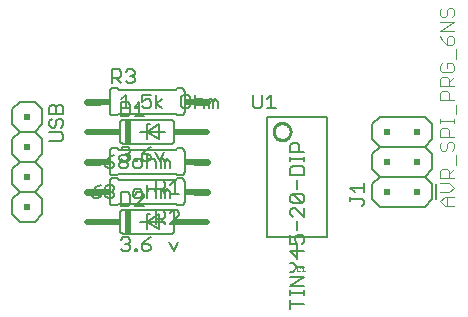
<source format=gto>
G75*
%MOIN*%
%OFA0B0*%
%FSLAX24Y24*%
%IPPOS*%
%LPD*%
%AMOC8*
5,1,8,0,0,1.08239X$1,22.5*
%
%ADD10C,0.0080*%
%ADD11C,0.0100*%
%ADD12C,0.0050*%
%ADD13C,0.0010*%
%ADD14C,0.0060*%
%ADD15R,0.0200X0.0200*%
%ADD16C,0.0200*%
%ADD17R,0.0200X0.0800*%
%ADD18R,0.0750X0.0200*%
%ADD19C,0.0240*%
%ADD20R,0.0340X0.0240*%
%ADD21C,0.0040*%
D10*
X009100Y001915D02*
X009100Y005915D01*
X009500Y005915D01*
X009700Y005915D01*
X009500Y005915D02*
X011100Y005915D01*
X011100Y001915D01*
X009100Y001915D01*
X010100Y001665D02*
X010100Y001165D01*
X012600Y003165D02*
X012850Y002915D01*
X014350Y002915D01*
X014600Y003165D01*
X014600Y003665D01*
X014350Y003915D01*
X012850Y003915D01*
X012600Y004165D01*
X012600Y004665D01*
X012850Y004915D01*
X014350Y004915D01*
X014600Y005165D01*
X014600Y005665D01*
X014350Y005915D01*
X012850Y005915D01*
X012600Y005665D01*
X012600Y005165D01*
X012850Y004915D01*
X014350Y004915D02*
X014600Y004665D01*
X014600Y004165D01*
X014350Y003915D01*
X014732Y003665D02*
X014732Y003165D01*
X012850Y003915D02*
X012600Y003665D01*
X012600Y003165D01*
D11*
X009317Y005415D02*
X009319Y005448D01*
X009325Y005481D01*
X009335Y005514D01*
X009348Y005544D01*
X009365Y005573D01*
X009386Y005600D01*
X009409Y005624D01*
X009435Y005645D01*
X009463Y005663D01*
X009494Y005677D01*
X009525Y005688D01*
X009558Y005695D01*
X009592Y005698D01*
X009625Y005697D01*
X009658Y005692D01*
X009691Y005683D01*
X009722Y005670D01*
X009751Y005654D01*
X009778Y005635D01*
X009803Y005612D01*
X009825Y005587D01*
X009844Y005559D01*
X009859Y005529D01*
X009871Y005498D01*
X009879Y005465D01*
X009883Y005432D01*
X009883Y005398D01*
X009879Y005365D01*
X009871Y005332D01*
X009859Y005301D01*
X009844Y005271D01*
X009825Y005243D01*
X009803Y005218D01*
X009778Y005195D01*
X009751Y005176D01*
X009722Y005160D01*
X009691Y005147D01*
X009658Y005138D01*
X009625Y005133D01*
X009592Y005132D01*
X009558Y005135D01*
X009525Y005142D01*
X009494Y005153D01*
X009463Y005167D01*
X009435Y005185D01*
X009409Y005206D01*
X009386Y005230D01*
X009365Y005257D01*
X009348Y005286D01*
X009335Y005316D01*
X009325Y005349D01*
X009319Y005382D01*
X009317Y005415D01*
D12*
X009875Y004955D02*
X009950Y005030D01*
X010100Y005030D01*
X010175Y004955D01*
X010175Y004730D01*
X010325Y004730D02*
X009875Y004730D01*
X009875Y004955D01*
X009875Y004573D02*
X009875Y004423D01*
X009875Y004498D02*
X010325Y004498D01*
X010325Y004423D02*
X010325Y004573D01*
X010250Y004263D02*
X009950Y004263D01*
X009875Y004188D01*
X009875Y003963D01*
X010325Y003963D01*
X010325Y004188D01*
X010250Y004263D01*
X010100Y003802D02*
X010100Y003502D01*
X009950Y003342D02*
X010250Y003342D01*
X010325Y003267D01*
X010325Y003117D01*
X010250Y003042D01*
X009950Y003342D01*
X009875Y003267D01*
X009875Y003117D01*
X009950Y003042D01*
X010250Y003042D01*
X010325Y002882D02*
X010325Y002581D01*
X010025Y002882D01*
X009950Y002882D01*
X009875Y002807D01*
X009875Y002657D01*
X009950Y002581D01*
X010100Y002421D02*
X010100Y002121D01*
X010100Y001961D02*
X010250Y001961D01*
X010325Y001886D01*
X010325Y001736D01*
X010250Y001661D01*
X010100Y001661D02*
X010025Y001811D01*
X010025Y001886D01*
X010100Y001961D01*
X009875Y001961D02*
X009875Y001661D01*
X010100Y001661D01*
X010100Y001501D02*
X010100Y001200D01*
X009875Y001425D01*
X010325Y001425D01*
X009950Y001040D02*
X009875Y001040D01*
X009950Y001040D02*
X010100Y000890D01*
X010325Y000890D01*
X010100Y000890D02*
X009950Y000740D01*
X009875Y000740D01*
X009875Y000580D02*
X010325Y000580D01*
X009875Y000279D01*
X010325Y000279D01*
X010325Y000123D02*
X010325Y-000027D01*
X010325Y000048D02*
X009875Y000048D01*
X009875Y-000027D02*
X009875Y000123D01*
X009875Y-000188D02*
X009875Y-000488D01*
X009875Y-000338D02*
X010325Y-000338D01*
X006137Y001741D02*
X005987Y001440D01*
X005836Y001741D01*
X005216Y001891D02*
X005066Y001816D01*
X004916Y001666D01*
X005141Y001666D01*
X005216Y001590D01*
X005216Y001515D01*
X005141Y001440D01*
X004991Y001440D01*
X004916Y001515D01*
X004916Y001666D01*
X004760Y001515D02*
X004760Y001440D01*
X004685Y001440D01*
X004685Y001515D01*
X004760Y001515D01*
X004525Y001515D02*
X004450Y001440D01*
X004300Y001440D01*
X004225Y001515D01*
X004375Y001666D02*
X004450Y001666D01*
X004525Y001590D01*
X004525Y001515D01*
X004450Y001666D02*
X004525Y001741D01*
X004525Y001816D01*
X004450Y001891D01*
X004300Y001891D01*
X004225Y001816D01*
X005404Y002340D02*
X005404Y002791D01*
X005629Y002791D01*
X005704Y002716D01*
X005704Y002566D01*
X005629Y002490D01*
X005404Y002490D01*
X005554Y002490D02*
X005704Y002340D01*
X005865Y002340D02*
X006165Y002641D01*
X006165Y002716D01*
X006090Y002791D01*
X005940Y002791D01*
X005865Y002716D01*
X005865Y002340D02*
X006165Y002340D01*
X004986Y002940D02*
X004685Y002940D01*
X004986Y003241D01*
X004986Y003316D01*
X004911Y003391D01*
X004760Y003391D01*
X004685Y003316D01*
X004634Y003265D02*
X004709Y003190D01*
X004859Y003190D01*
X004934Y003265D01*
X004934Y003416D01*
X004859Y003491D01*
X004709Y003491D01*
X004634Y003416D01*
X004634Y003265D01*
X004525Y003316D02*
X004450Y003391D01*
X004225Y003391D01*
X004225Y002940D01*
X004450Y002940D01*
X004525Y003015D01*
X004525Y003316D01*
X004013Y003340D02*
X004013Y003265D01*
X003938Y003190D01*
X003788Y003190D01*
X003713Y003265D01*
X003713Y003340D01*
X003788Y003416D01*
X003938Y003416D01*
X004013Y003340D01*
X003938Y003416D02*
X004013Y003491D01*
X004013Y003566D01*
X003938Y003641D01*
X003788Y003641D01*
X003713Y003566D01*
X003713Y003491D01*
X003788Y003416D01*
X003553Y003340D02*
X003553Y003265D01*
X003478Y003190D01*
X003328Y003190D01*
X003253Y003265D01*
X003253Y003416D01*
X003478Y003416D01*
X003553Y003340D01*
X003403Y003566D02*
X003253Y003416D01*
X003403Y003566D02*
X003553Y003641D01*
X003788Y004190D02*
X003713Y004265D01*
X003713Y004416D01*
X003938Y004416D01*
X004013Y004340D01*
X004013Y004265D01*
X003938Y004190D01*
X003788Y004190D01*
X003713Y004416D02*
X003863Y004566D01*
X004013Y004641D01*
X004173Y004566D02*
X004173Y004491D01*
X004248Y004416D01*
X004399Y004416D01*
X004474Y004340D01*
X004474Y004265D01*
X004399Y004190D01*
X004248Y004190D01*
X004173Y004265D01*
X004173Y004340D01*
X004248Y004416D01*
X004300Y004440D02*
X004225Y004515D01*
X004173Y004566D02*
X004248Y004641D01*
X004399Y004641D01*
X004474Y004566D01*
X004474Y004491D01*
X004399Y004416D01*
X004450Y004440D02*
X004300Y004440D01*
X004450Y004440D02*
X004525Y004515D01*
X004525Y004590D01*
X004450Y004666D01*
X004375Y004666D01*
X004450Y004666D02*
X004525Y004741D01*
X004525Y004816D01*
X004450Y004891D01*
X004300Y004891D01*
X004225Y004816D01*
X004685Y004515D02*
X004760Y004515D01*
X004760Y004440D01*
X004685Y004440D01*
X004685Y004515D01*
X004709Y004491D02*
X004634Y004416D01*
X004634Y004265D01*
X004709Y004190D01*
X004859Y004190D01*
X004934Y004265D01*
X004934Y004416D01*
X004859Y004491D01*
X004709Y004491D01*
X004916Y004515D02*
X004991Y004440D01*
X005141Y004440D01*
X005216Y004515D01*
X005216Y004590D01*
X005141Y004666D01*
X004916Y004666D01*
X004916Y004515D01*
X004916Y004666D02*
X005066Y004816D01*
X005216Y004891D01*
X005376Y004741D02*
X005526Y004440D01*
X005676Y004741D01*
X005630Y004491D02*
X005705Y004416D01*
X005780Y004491D01*
X005855Y004416D01*
X005855Y004190D01*
X005705Y004190D02*
X005705Y004416D01*
X005630Y004491D02*
X005555Y004491D01*
X005555Y004190D01*
X005394Y004190D02*
X005394Y004416D01*
X005319Y004491D01*
X005169Y004491D01*
X005094Y004416D01*
X005094Y004641D02*
X005094Y004190D01*
X005404Y003791D02*
X005629Y003791D01*
X005704Y003716D01*
X005704Y003566D01*
X005629Y003490D01*
X005404Y003490D01*
X005394Y003416D02*
X005394Y003190D01*
X005404Y003340D02*
X005404Y003791D01*
X005094Y003641D02*
X005094Y003190D01*
X005094Y003416D02*
X005169Y003491D01*
X005319Y003491D01*
X005394Y003416D01*
X005554Y003490D02*
X005704Y003340D01*
X005705Y003416D02*
X005705Y003190D01*
X005855Y003190D02*
X005855Y003416D01*
X005780Y003491D01*
X005705Y003416D01*
X005630Y003491D01*
X005555Y003491D01*
X005555Y003190D01*
X005865Y003340D02*
X006165Y003340D01*
X006015Y003340D02*
X006015Y003791D01*
X005865Y003641D01*
X004986Y005940D02*
X004685Y005940D01*
X004836Y005940D02*
X004836Y006391D01*
X004685Y006241D01*
X004695Y006265D02*
X004770Y006265D01*
X004770Y006190D01*
X004695Y006190D01*
X004695Y006265D01*
X004926Y006265D02*
X005001Y006190D01*
X005151Y006190D01*
X005226Y006265D01*
X005226Y006416D01*
X005151Y006491D01*
X005076Y006491D01*
X004926Y006416D01*
X004926Y006641D01*
X005226Y006641D01*
X005386Y006641D02*
X005386Y006190D01*
X005386Y006340D02*
X005611Y006491D01*
X005386Y006340D02*
X005611Y006190D01*
X006230Y006265D02*
X006305Y006190D01*
X006455Y006190D01*
X006530Y006265D01*
X006530Y006566D01*
X006455Y006641D01*
X006305Y006641D01*
X006230Y006566D01*
X006230Y006265D01*
X006690Y006190D02*
X006690Y006641D01*
X006765Y006491D02*
X006916Y006491D01*
X006991Y006416D01*
X006991Y006190D01*
X007151Y006190D02*
X007151Y006491D01*
X007226Y006491D01*
X007301Y006416D01*
X007376Y006491D01*
X007451Y006416D01*
X007451Y006190D01*
X007301Y006190D02*
X007301Y006416D01*
X006765Y006491D02*
X006690Y006416D01*
X008625Y006265D02*
X008700Y006190D01*
X008850Y006190D01*
X008925Y006265D01*
X008925Y006641D01*
X009085Y006491D02*
X009236Y006641D01*
X009236Y006190D01*
X009386Y006190D02*
X009085Y006190D01*
X008625Y006265D02*
X008625Y006641D01*
X004686Y007115D02*
X004611Y007040D01*
X004460Y007040D01*
X004385Y007115D01*
X004536Y007266D02*
X004611Y007266D01*
X004686Y007190D01*
X004686Y007115D01*
X004611Y007266D02*
X004686Y007341D01*
X004686Y007416D01*
X004611Y007491D01*
X004460Y007491D01*
X004385Y007416D01*
X004225Y007416D02*
X004225Y007266D01*
X004150Y007190D01*
X003925Y007190D01*
X004075Y007190D02*
X004225Y007040D01*
X003925Y007040D02*
X003925Y007491D01*
X004150Y007491D01*
X004225Y007416D01*
X004385Y006641D02*
X004385Y006190D01*
X004235Y006190D02*
X004535Y006190D01*
X004525Y006316D02*
X004450Y006391D01*
X004225Y006391D01*
X004225Y005940D01*
X004450Y005940D01*
X004525Y006015D01*
X004525Y006316D01*
X004235Y006491D02*
X004385Y006641D01*
X002295Y006235D02*
X002295Y006010D01*
X001845Y006010D01*
X001845Y006235D01*
X001920Y006310D01*
X001995Y006310D01*
X002070Y006235D01*
X002070Y006010D01*
X002145Y005850D02*
X002220Y005850D01*
X002295Y005775D01*
X002295Y005625D01*
X002220Y005550D01*
X002220Y005389D02*
X001845Y005389D01*
X001920Y005550D02*
X001995Y005550D01*
X002070Y005625D01*
X002070Y005775D01*
X002145Y005850D01*
X001920Y005850D02*
X001845Y005775D01*
X001845Y005625D01*
X001920Y005550D01*
X002220Y005389D02*
X002295Y005314D01*
X002295Y005164D01*
X002220Y005089D01*
X001845Y005089D01*
X002070Y006235D02*
X002145Y006310D01*
X002220Y006310D01*
X002295Y006235D01*
X011875Y003551D02*
X012325Y003551D01*
X012325Y003401D02*
X012325Y003701D01*
X012025Y003401D02*
X011875Y003551D01*
X011875Y003241D02*
X011875Y003090D01*
X011875Y003166D02*
X012250Y003166D01*
X012325Y003090D01*
X012325Y003015D01*
X012250Y002940D01*
D13*
X010308Y000910D02*
X010308Y000760D01*
X010258Y000760D02*
X010358Y000760D01*
X010258Y000860D02*
X010308Y000910D01*
X010210Y000885D02*
X010185Y000910D01*
X010135Y000910D01*
X010110Y000885D01*
X010110Y000785D01*
X010135Y000760D01*
X010185Y000760D01*
X010210Y000785D01*
D14*
X000850Y002415D02*
X000600Y002665D01*
X000600Y003165D01*
X000850Y003415D01*
X000600Y003665D01*
X000600Y004165D01*
X000850Y004415D01*
X000600Y004665D01*
X000600Y005165D01*
X000850Y005415D01*
X000600Y005665D01*
X000600Y006165D01*
X000850Y006415D01*
X001350Y006415D01*
X001600Y006165D01*
X001600Y005665D01*
X001350Y005415D01*
X001600Y005165D01*
X001600Y004665D01*
X001350Y004415D01*
X000850Y004415D01*
X001350Y004415D02*
X001600Y004165D01*
X001600Y003665D01*
X001350Y003415D01*
X001600Y003165D01*
X001600Y002665D01*
X001350Y002415D01*
X000850Y002415D01*
X000850Y003415D02*
X001350Y003415D01*
X003850Y003765D02*
X003850Y003065D01*
X003852Y003048D01*
X003856Y003031D01*
X003863Y003015D01*
X003873Y003001D01*
X003886Y002988D01*
X003900Y002978D01*
X003916Y002971D01*
X003933Y002967D01*
X003950Y002965D01*
X004100Y002965D01*
X004150Y003015D01*
X006050Y003015D01*
X006100Y002965D01*
X006250Y002965D01*
X006267Y002967D01*
X006284Y002971D01*
X006300Y002978D01*
X006314Y002988D01*
X006327Y003001D01*
X006337Y003015D01*
X006344Y003031D01*
X006348Y003048D01*
X006350Y003065D01*
X006350Y003765D01*
X006348Y003782D01*
X006344Y003799D01*
X006337Y003815D01*
X006327Y003829D01*
X006314Y003842D01*
X006300Y003852D01*
X006284Y003859D01*
X006267Y003863D01*
X006250Y003865D01*
X006100Y003865D01*
X006050Y003815D01*
X004150Y003815D01*
X004100Y003865D01*
X003950Y003865D01*
X003933Y003863D01*
X003916Y003859D01*
X003900Y003852D01*
X003886Y003842D01*
X003873Y003829D01*
X003863Y003815D01*
X003856Y003799D01*
X003852Y003782D01*
X003850Y003765D01*
X003950Y003965D02*
X004100Y003965D01*
X004150Y004015D01*
X006050Y004015D01*
X006100Y003965D01*
X006250Y003965D01*
X006267Y003967D01*
X006284Y003971D01*
X006300Y003978D01*
X006314Y003988D01*
X006327Y004001D01*
X006337Y004015D01*
X006344Y004031D01*
X006348Y004048D01*
X006350Y004065D01*
X006350Y004765D01*
X006348Y004782D01*
X006344Y004799D01*
X006337Y004815D01*
X006327Y004829D01*
X006314Y004842D01*
X006300Y004852D01*
X006284Y004859D01*
X006267Y004863D01*
X006250Y004865D01*
X006100Y004865D01*
X006050Y004815D01*
X004150Y004815D01*
X004100Y004865D01*
X003950Y004865D01*
X003933Y004863D01*
X003916Y004859D01*
X003900Y004852D01*
X003886Y004842D01*
X003873Y004829D01*
X003863Y004815D01*
X003856Y004799D01*
X003852Y004782D01*
X003850Y004765D01*
X003850Y004065D01*
X003852Y004048D01*
X003856Y004031D01*
X003863Y004015D01*
X003873Y004001D01*
X003886Y003988D01*
X003900Y003978D01*
X003916Y003971D01*
X003933Y003967D01*
X003950Y003965D01*
X004300Y005015D02*
X005900Y005015D01*
X005917Y005017D01*
X005934Y005021D01*
X005950Y005028D01*
X005964Y005038D01*
X005977Y005051D01*
X005987Y005065D01*
X005994Y005081D01*
X005998Y005098D01*
X006000Y005115D01*
X006000Y005715D01*
X005998Y005732D01*
X005994Y005749D01*
X005987Y005765D01*
X005977Y005779D01*
X005964Y005792D01*
X005950Y005802D01*
X005934Y005809D01*
X005917Y005813D01*
X005900Y005815D01*
X004300Y005815D01*
X004283Y005813D01*
X004266Y005809D01*
X004250Y005802D01*
X004236Y005792D01*
X004223Y005779D01*
X004213Y005765D01*
X004206Y005749D01*
X004202Y005732D01*
X004200Y005715D01*
X004200Y005115D01*
X004202Y005098D01*
X004206Y005081D01*
X004213Y005065D01*
X004223Y005051D01*
X004236Y005038D01*
X004250Y005028D01*
X004266Y005021D01*
X004283Y005017D01*
X004300Y005015D01*
X004850Y005415D02*
X005100Y005415D01*
X005100Y005665D01*
X005200Y005665D01*
X005100Y005415D02*
X005100Y005165D01*
X005100Y005415D02*
X005500Y005665D01*
X005500Y005165D01*
X005100Y005415D01*
X005700Y005415D01*
X006100Y005965D02*
X006250Y005965D01*
X006267Y005967D01*
X006284Y005971D01*
X006300Y005978D01*
X006314Y005988D01*
X006327Y006001D01*
X006337Y006015D01*
X006344Y006031D01*
X006348Y006048D01*
X006350Y006065D01*
X006350Y006765D01*
X006348Y006782D01*
X006344Y006799D01*
X006337Y006815D01*
X006327Y006829D01*
X006314Y006842D01*
X006300Y006852D01*
X006284Y006859D01*
X006267Y006863D01*
X006250Y006865D01*
X006100Y006865D01*
X006050Y006815D01*
X004150Y006815D01*
X004100Y006865D01*
X003950Y006865D01*
X003933Y006863D01*
X003916Y006859D01*
X003900Y006852D01*
X003886Y006842D01*
X003873Y006829D01*
X003863Y006815D01*
X003856Y006799D01*
X003852Y006782D01*
X003850Y006765D01*
X003850Y006065D01*
X003852Y006048D01*
X003856Y006031D01*
X003863Y006015D01*
X003873Y006001D01*
X003886Y005988D01*
X003900Y005978D01*
X003916Y005971D01*
X003933Y005967D01*
X003950Y005965D01*
X004100Y005965D01*
X004150Y006015D01*
X006050Y006015D01*
X006100Y005965D01*
X001350Y005415D02*
X000850Y005415D01*
X004300Y002815D02*
X005900Y002815D01*
X005917Y002813D01*
X005934Y002809D01*
X005950Y002802D01*
X005964Y002792D01*
X005977Y002779D01*
X005987Y002765D01*
X005994Y002749D01*
X005998Y002732D01*
X006000Y002715D01*
X006000Y002115D01*
X005998Y002098D01*
X005994Y002081D01*
X005987Y002065D01*
X005977Y002051D01*
X005964Y002038D01*
X005950Y002028D01*
X005934Y002021D01*
X005917Y002017D01*
X005900Y002015D01*
X004300Y002015D01*
X004283Y002017D01*
X004266Y002021D01*
X004250Y002028D01*
X004236Y002038D01*
X004223Y002051D01*
X004213Y002065D01*
X004206Y002081D01*
X004202Y002098D01*
X004200Y002115D01*
X004200Y002715D01*
X004202Y002732D01*
X004206Y002749D01*
X004213Y002765D01*
X004223Y002779D01*
X004236Y002792D01*
X004250Y002802D01*
X004266Y002809D01*
X004283Y002813D01*
X004300Y002815D01*
X004850Y002415D02*
X005100Y002415D01*
X005100Y002665D01*
X005200Y002665D01*
X005100Y002415D02*
X005100Y002165D01*
X005100Y002415D02*
X005500Y002665D01*
X005500Y002165D01*
X005100Y002415D01*
X005700Y002415D01*
D15*
X001100Y002915D03*
X001100Y003915D03*
X001100Y004915D03*
X001100Y005915D03*
X013100Y005415D03*
X014100Y005415D03*
X014100Y004415D03*
X013100Y004415D03*
X013100Y003415D03*
X014100Y003415D03*
D16*
X007100Y002415D02*
X006750Y002415D01*
X003450Y002415D02*
X003100Y002415D01*
X003100Y005415D02*
X003450Y005415D01*
X006750Y005415D02*
X007100Y005415D01*
D17*
X004450Y005415D03*
X004450Y002415D03*
D18*
X003825Y002415D03*
X006375Y002415D03*
X006375Y005415D03*
X003825Y005415D03*
D19*
X003500Y004415D02*
X003100Y004415D01*
X003100Y003415D02*
X003500Y003415D01*
X006700Y003415D02*
X007100Y003415D01*
X007100Y004415D02*
X006700Y004415D01*
X006700Y006415D02*
X007100Y006415D01*
X003500Y006415D02*
X003100Y006415D01*
D20*
X003680Y006415D03*
X006520Y006415D03*
X006520Y004415D03*
X006520Y003415D03*
X003680Y003415D03*
X003680Y004415D03*
D21*
X014870Y004086D02*
X014870Y003856D01*
X015330Y003856D01*
X015177Y003856D02*
X015177Y004086D01*
X015100Y004163D01*
X014946Y004163D01*
X014870Y004086D01*
X015177Y004010D02*
X015330Y004163D01*
X015407Y004317D02*
X015407Y004623D01*
X015253Y004777D02*
X015330Y004854D01*
X015330Y005007D01*
X015253Y005084D01*
X015177Y005084D01*
X015100Y005007D01*
X015100Y004854D01*
X015023Y004777D01*
X014946Y004777D01*
X014870Y004854D01*
X014870Y005007D01*
X014946Y005084D01*
X014870Y005237D02*
X014870Y005468D01*
X014946Y005544D01*
X015100Y005544D01*
X015177Y005468D01*
X015177Y005237D01*
X015330Y005237D02*
X014870Y005237D01*
X014870Y005698D02*
X014870Y005851D01*
X014870Y005774D02*
X015330Y005774D01*
X015330Y005698D02*
X015330Y005851D01*
X015407Y006005D02*
X015407Y006312D01*
X015330Y006465D02*
X014870Y006465D01*
X014870Y006695D01*
X014946Y006772D01*
X015100Y006772D01*
X015177Y006695D01*
X015177Y006465D01*
X015177Y006925D02*
X015177Y007156D01*
X015100Y007232D01*
X014946Y007232D01*
X014870Y007156D01*
X014870Y006925D01*
X015330Y006925D01*
X015177Y007079D02*
X015330Y007232D01*
X015253Y007386D02*
X014946Y007386D01*
X014870Y007463D01*
X014870Y007616D01*
X014946Y007693D01*
X015100Y007693D02*
X015100Y007539D01*
X015253Y007386D02*
X015330Y007463D01*
X015330Y007616D01*
X015253Y007693D01*
X015100Y007693D01*
X015407Y007846D02*
X015407Y008153D01*
X015253Y008307D02*
X015100Y008307D01*
X015100Y008537D01*
X015177Y008614D01*
X015253Y008614D01*
X015330Y008537D01*
X015330Y008383D01*
X015253Y008307D01*
X015100Y008307D02*
X014946Y008460D01*
X014870Y008614D01*
X014870Y008767D02*
X015330Y009074D01*
X014870Y009074D01*
X014946Y009227D02*
X015023Y009227D01*
X015100Y009304D01*
X015100Y009458D01*
X015177Y009534D01*
X015253Y009534D01*
X015330Y009458D01*
X015330Y009304D01*
X015253Y009227D01*
X014946Y009227D02*
X014870Y009304D01*
X014870Y009458D01*
X014946Y009534D01*
X014870Y008767D02*
X015330Y008767D01*
X015177Y003703D02*
X014870Y003703D01*
X015177Y003703D02*
X015330Y003549D01*
X015177Y003396D01*
X014870Y003396D01*
X015023Y003242D02*
X015330Y003242D01*
X015100Y003242D02*
X015100Y002935D01*
X015023Y002935D02*
X014870Y003089D01*
X015023Y003242D01*
X015023Y002935D02*
X015330Y002935D01*
M02*

</source>
